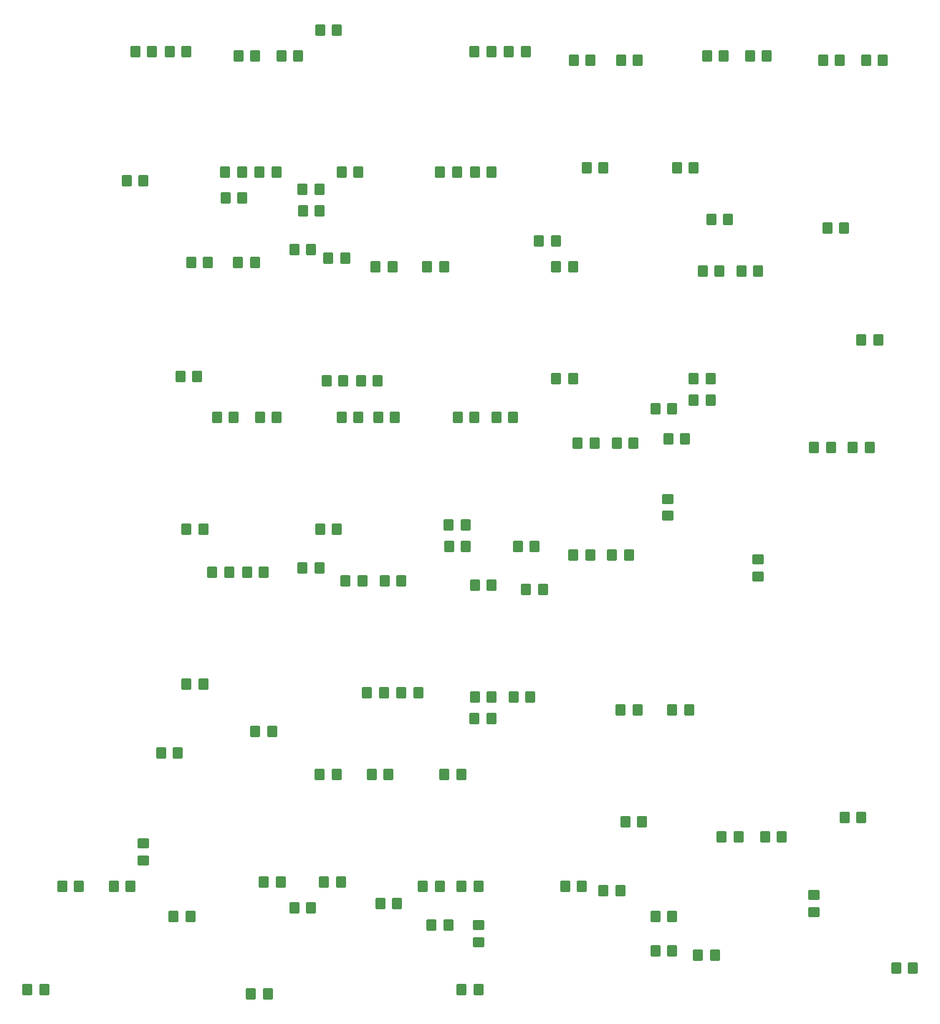
<source format=gbr>
%TF.GenerationSoftware,KiCad,Pcbnew,9.0.5*%
%TF.CreationDate,2025-11-05T22:12:35+05:30*%
%TF.ProjectId,final,66696e61-6c2e-46b6-9963-61645f706362,rev?*%
%TF.SameCoordinates,Original*%
%TF.FileFunction,Paste,Top*%
%TF.FilePolarity,Positive*%
%FSLAX46Y46*%
G04 Gerber Fmt 4.6, Leading zero omitted, Abs format (unit mm)*
G04 Created by KiCad (PCBNEW 9.0.5) date 2025-11-05 22:12:35*
%MOMM*%
%LPD*%
G01*
G04 APERTURE LIST*
G04 Aperture macros list*
%AMRoundRect*
0 Rectangle with rounded corners*
0 $1 Rounding radius*
0 $2 $3 $4 $5 $6 $7 $8 $9 X,Y pos of 4 corners*
0 Add a 4 corners polygon primitive as box body*
4,1,4,$2,$3,$4,$5,$6,$7,$8,$9,$2,$3,0*
0 Add four circle primitives for the rounded corners*
1,1,$1+$1,$2,$3*
1,1,$1+$1,$4,$5*
1,1,$1+$1,$6,$7*
1,1,$1+$1,$8,$9*
0 Add four rect primitives between the rounded corners*
20,1,$1+$1,$2,$3,$4,$5,0*
20,1,$1+$1,$4,$5,$6,$7,0*
20,1,$1+$1,$6,$7,$8,$9,0*
20,1,$1+$1,$8,$9,$2,$3,0*%
G04 Aperture macros list end*
%ADD10RoundRect,0.250000X-0.350000X-0.450000X0.350000X-0.450000X0.350000X0.450000X-0.350000X0.450000X0*%
%ADD11RoundRect,0.250000X0.350000X0.450000X-0.350000X0.450000X-0.350000X-0.450000X0.350000X-0.450000X0*%
%ADD12RoundRect,0.250000X-0.450000X0.350000X-0.450000X-0.350000X0.450000X-0.350000X0.450000X0.350000X0*%
%ADD13RoundRect,0.250000X0.450000X-0.350000X0.450000X0.350000X-0.450000X0.350000X-0.450000X-0.350000X0*%
G04 APERTURE END LIST*
D10*
%TO.C,R59*%
X256540000Y-120396000D03*
X258540000Y-120396000D03*
%TD*%
%TO.C,R20*%
X238776000Y-106172000D03*
X240776000Y-106172000D03*
%TD*%
%TO.C,R35*%
X197374000Y-125217000D03*
X199374000Y-125217000D03*
%TD*%
D11*
%TO.C,R70*%
X204184000Y-162052000D03*
X202184000Y-162052000D03*
%TD*%
D10*
%TO.C,R5*%
X170720000Y-86360000D03*
X172720000Y-86360000D03*
%TD*%
%TO.C,R42*%
X190500000Y-147320000D03*
X192500000Y-147320000D03*
%TD*%
%TO.C,R8*%
X195088000Y-100584000D03*
X197088000Y-100584000D03*
%TD*%
%TO.C,R91*%
X207264000Y-171704000D03*
X209264000Y-171704000D03*
%TD*%
%TO.C,R93*%
X189500000Y-187452000D03*
X191500000Y-187452000D03*
%TD*%
%TO.C,R31*%
X185436000Y-129540000D03*
X187436000Y-129540000D03*
%TD*%
%TO.C,R73*%
X200168000Y-148844000D03*
X202168000Y-148844000D03*
%TD*%
%TO.C,R44*%
X207804000Y-144780000D03*
X209804000Y-144780000D03*
%TD*%
%TO.C,R77*%
X216916000Y-149860000D03*
X218916000Y-149860000D03*
%TD*%
%TO.C,R34*%
X199136000Y-111760000D03*
X201136000Y-111760000D03*
%TD*%
%TO.C,R19*%
X234728000Y-100076000D03*
X236728000Y-100076000D03*
%TD*%
%TO.C,R30*%
X180356000Y-129540000D03*
X182356000Y-129540000D03*
%TD*%
D11*
%TO.C,R22*%
X245348000Y-86868000D03*
X243348000Y-86868000D03*
%TD*%
D10*
%TO.C,R108*%
X260620000Y-194564000D03*
X262620000Y-194564000D03*
%TD*%
D12*
%TO.C,R80*%
X171704000Y-179848000D03*
X171704000Y-181848000D03*
%TD*%
D10*
%TO.C,R99*%
X205740000Y-189484000D03*
X207740000Y-189484000D03*
%TD*%
%TO.C,R49*%
X205232000Y-111760000D03*
X207232000Y-111760000D03*
%TD*%
D11*
%TO.C,R103*%
X234172000Y-188468000D03*
X232172000Y-188468000D03*
%TD*%
D10*
%TO.C,R3*%
X182896000Y-86868000D03*
X184896000Y-86868000D03*
%TD*%
%TO.C,R26*%
X176038000Y-124709000D03*
X178038000Y-124709000D03*
%TD*%
D11*
%TO.C,R61*%
X252952000Y-133096000D03*
X250952000Y-133096000D03*
%TD*%
D10*
%TO.C,R82*%
X162068000Y-184912000D03*
X164068000Y-184912000D03*
%TD*%
%TO.C,R52*%
X223012000Y-132588000D03*
X225012000Y-132588000D03*
%TD*%
%TO.C,R6*%
X174768000Y-86360000D03*
X176768000Y-86360000D03*
%TD*%
D11*
%TO.C,R74*%
X217408000Y-162560000D03*
X215408000Y-162560000D03*
%TD*%
%TO.C,R13*%
X192516000Y-105156000D03*
X190516000Y-105156000D03*
%TD*%
D10*
%TO.C,R55*%
X218440000Y-108712000D03*
X220440000Y-108712000D03*
%TD*%
%TO.C,R43*%
X199406000Y-129540000D03*
X201406000Y-129540000D03*
%TD*%
%TO.C,R37*%
X176784000Y-161036000D03*
X178784000Y-161036000D03*
%TD*%
D11*
%TO.C,R71*%
X200120000Y-162052000D03*
X198120000Y-162052000D03*
%TD*%
%TO.C,R45*%
X209772000Y-142240000D03*
X207772000Y-142240000D03*
%TD*%
D13*
%TO.C,R67*%
X244348000Y-148320000D03*
X244348000Y-146320000D03*
%TD*%
D11*
%TO.C,R100*%
X230616000Y-177292000D03*
X228616000Y-177292000D03*
%TD*%
D10*
%TO.C,R68*%
X173752000Y-169164000D03*
X175752000Y-169164000D03*
%TD*%
%TO.C,R12*%
X190500000Y-102616000D03*
X192500000Y-102616000D03*
%TD*%
D13*
%TO.C,R97*%
X211312000Y-191500000D03*
X211312000Y-189500000D03*
%TD*%
D10*
%TO.C,R46*%
X208820000Y-129540000D03*
X210820000Y-129540000D03*
%TD*%
%TO.C,R38*%
X192548000Y-142748000D03*
X194548000Y-142748000D03*
%TD*%
%TO.C,R17*%
X222520000Y-87376000D03*
X224520000Y-87376000D03*
%TD*%
%TO.C,R96*%
X226060000Y-185420000D03*
X228060000Y-185420000D03*
%TD*%
%TO.C,R94*%
X199660000Y-186944000D03*
X201660000Y-186944000D03*
%TD*%
%TO.C,R89*%
X204724000Y-184912000D03*
X206724000Y-184912000D03*
%TD*%
D11*
%TO.C,R25*%
X254492000Y-107188000D03*
X252492000Y-107188000D03*
%TD*%
D10*
%TO.C,R81*%
X157988000Y-197104000D03*
X159988000Y-197104000D03*
%TD*%
%TO.C,R40*%
X183912000Y-147828000D03*
X185912000Y-147828000D03*
%TD*%
%TO.C,R54*%
X232188000Y-128524000D03*
X234188000Y-128524000D03*
%TD*%
%TO.C,R21*%
X238268000Y-86868000D03*
X240268000Y-86868000D03*
%TD*%
D11*
%TO.C,R105*%
X239236000Y-193040000D03*
X237236000Y-193040000D03*
%TD*%
D10*
%TO.C,R85*%
X175260000Y-188468000D03*
X177260000Y-188468000D03*
%TD*%
%TO.C,R92*%
X184404000Y-197612000D03*
X186404000Y-197612000D03*
%TD*%
%TO.C,R75*%
X210820000Y-165100000D03*
X212820000Y-165100000D03*
%TD*%
D11*
%TO.C,R79*%
X183356000Y-100584000D03*
X181356000Y-100584000D03*
%TD*%
D10*
%TO.C,R27*%
X177308000Y-111252000D03*
X179308000Y-111252000D03*
%TD*%
%TO.C,R106*%
X240030000Y-179065000D03*
X242030000Y-179065000D03*
%TD*%
%TO.C,R14*%
X210820000Y-86360000D03*
X212820000Y-86360000D03*
%TD*%
%TO.C,R107*%
X245126000Y-179065000D03*
X247126000Y-179065000D03*
%TD*%
D11*
%TO.C,R36*%
X195310000Y-125217000D03*
X193310000Y-125217000D03*
%TD*%
D10*
%TO.C,R102*%
X234188000Y-164084000D03*
X236188000Y-164084000D03*
%TD*%
%TO.C,R7*%
X169704000Y-101600000D03*
X171704000Y-101600000D03*
%TD*%
D11*
%TO.C,R63*%
X229076000Y-145796000D03*
X227076000Y-145796000D03*
%TD*%
D10*
%TO.C,R62*%
X227600000Y-132588000D03*
X229600000Y-132588000D03*
%TD*%
D11*
%TO.C,R78*%
X212836000Y-162560000D03*
X210836000Y-162560000D03*
%TD*%
%TO.C,R2*%
X187420000Y-100584000D03*
X185420000Y-100584000D03*
%TD*%
%TO.C,R16*%
X226044000Y-100076000D03*
X224044000Y-100076000D03*
%TD*%
%TO.C,R15*%
X216884000Y-86360000D03*
X214884000Y-86360000D03*
%TD*%
D10*
%TO.C,R101*%
X228092000Y-164084000D03*
X230092000Y-164084000D03*
%TD*%
D11*
%TO.C,R32*%
X191500000Y-109728000D03*
X189500000Y-109728000D03*
%TD*%
%TO.C,R18*%
X230124000Y-87376000D03*
X228124000Y-87376000D03*
%TD*%
D10*
%TO.C,R51*%
X220472000Y-111760000D03*
X222472000Y-111760000D03*
%TD*%
D11*
%TO.C,R86*%
X195040000Y-184404000D03*
X193040000Y-184404000D03*
%TD*%
D12*
%TO.C,R65*%
X233680000Y-139192000D03*
X233680000Y-141192000D03*
%TD*%
D11*
%TO.C,R66*%
X235696000Y-132080000D03*
X233696000Y-132080000D03*
%TD*%
%TO.C,R11*%
X212836000Y-100584000D03*
X210836000Y-100584000D03*
%TD*%
D10*
%TO.C,R83*%
X168164000Y-184912000D03*
X170164000Y-184912000D03*
%TD*%
%TO.C,R9*%
X192548000Y-83820000D03*
X194548000Y-83820000D03*
%TD*%
D11*
%TO.C,R60*%
X257524000Y-133096000D03*
X255524000Y-133096000D03*
%TD*%
D10*
%TO.C,R58*%
X242332000Y-112268000D03*
X244332000Y-112268000D03*
%TD*%
%TO.C,R4*%
X187992000Y-86868000D03*
X189992000Y-86868000D03*
%TD*%
%TO.C,R104*%
X232172000Y-192532000D03*
X234172000Y-192532000D03*
%TD*%
%TO.C,R47*%
X213376000Y-129540000D03*
X215376000Y-129540000D03*
%TD*%
%TO.C,R41*%
X195088000Y-129540000D03*
X197088000Y-129540000D03*
%TD*%
%TO.C,R29*%
X176784000Y-142748000D03*
X178784000Y-142748000D03*
%TD*%
D13*
%TO.C,R109*%
X250952000Y-187960000D03*
X250952000Y-185960000D03*
%TD*%
D11*
%TO.C,R56*%
X238728000Y-124968000D03*
X236728000Y-124968000D03*
%TD*%
D10*
%TO.C,R95*%
X209296000Y-197104000D03*
X211296000Y-197104000D03*
%TD*%
%TO.C,R28*%
X182880000Y-111252000D03*
X184880000Y-111252000D03*
%TD*%
%TO.C,R10*%
X206756000Y-100584000D03*
X208756000Y-100584000D03*
%TD*%
%TO.C,R23*%
X251984000Y-87376000D03*
X253984000Y-87376000D03*
%TD*%
%TO.C,R50*%
X220472000Y-124968000D03*
X222472000Y-124968000D03*
%TD*%
%TO.C,R57*%
X237776000Y-112268000D03*
X239776000Y-112268000D03*
%TD*%
%TO.C,R87*%
X192532000Y-171704000D03*
X194532000Y-171704000D03*
%TD*%
%TO.C,R53*%
X236728000Y-127508000D03*
X238728000Y-127508000D03*
%TD*%
%TO.C,R72*%
X195580000Y-148844000D03*
X197580000Y-148844000D03*
%TD*%
D11*
%TO.C,R24*%
X259064000Y-87376000D03*
X257064000Y-87376000D03*
%TD*%
D10*
%TO.C,R98*%
X221504000Y-184912000D03*
X223504000Y-184912000D03*
%TD*%
%TO.C,R88*%
X198644000Y-171704000D03*
X200644000Y-171704000D03*
%TD*%
D11*
%TO.C,R90*%
X211296000Y-184912000D03*
X209296000Y-184912000D03*
%TD*%
D10*
%TO.C,R76*%
X210836000Y-149352000D03*
X212836000Y-149352000D03*
%TD*%
%TO.C,R69*%
X184912000Y-166624000D03*
X186912000Y-166624000D03*
%TD*%
D11*
%TO.C,R48*%
X224504000Y-145796000D03*
X222504000Y-145796000D03*
%TD*%
D10*
%TO.C,R39*%
X179832000Y-147828000D03*
X181832000Y-147828000D03*
%TD*%
%TO.C,R64*%
X215916000Y-144780000D03*
X217916000Y-144780000D03*
%TD*%
%TO.C,R1*%
X181388000Y-103632000D03*
X183388000Y-103632000D03*
%TD*%
%TO.C,R84*%
X185928000Y-184404000D03*
X187928000Y-184404000D03*
%TD*%
%TO.C,R110*%
X254524000Y-176784000D03*
X256524000Y-176784000D03*
%TD*%
%TO.C,R33*%
X193548000Y-110744000D03*
X195548000Y-110744000D03*
%TD*%
M02*

</source>
